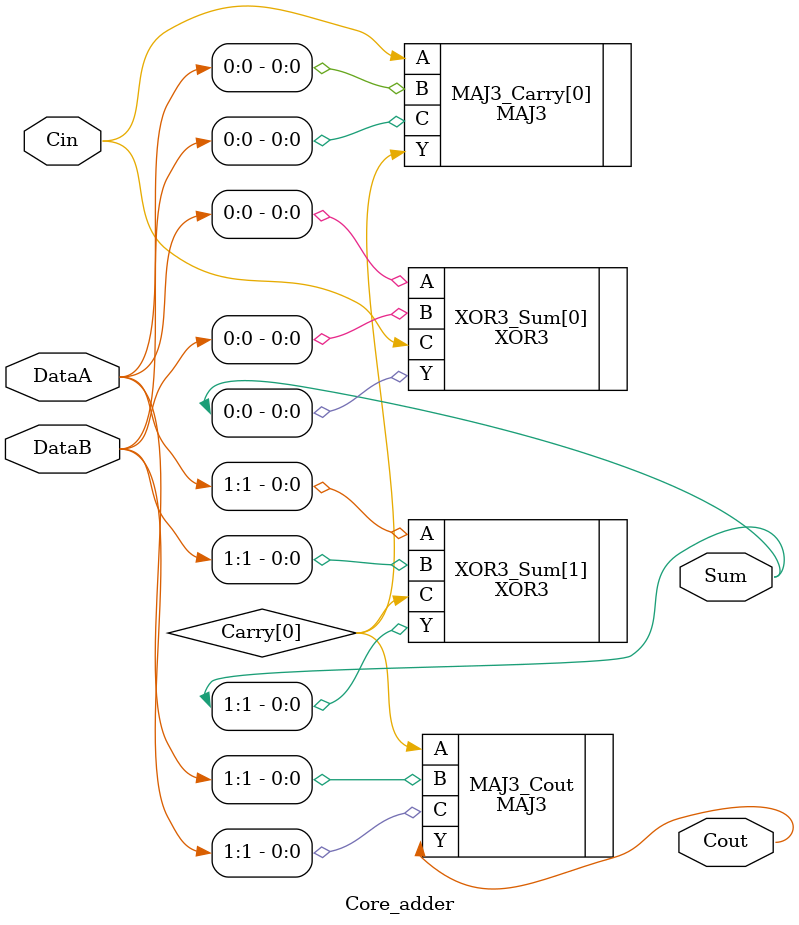
<source format=v>
`timescale 1 ns/100 ps


module Core_adder(
       DataA,
       DataB,
       Cin,
       Sum,
       Cout
    );
input  [1:0] DataA;
input  [1:0] DataB;
input  Cin;
output [1:0] Sum;
output Cout;

    wire \Carry[0] ;
    
    XOR3 \XOR3_Sum[1]  (.A(DataA[1]), .B(DataB[1]), .C(\Carry[0] ), .Y(
        Sum[1]));
    MAJ3 \MAJ3_Carry[0]  (.A(Cin), .B(DataA[0]), .C(DataB[0]), .Y(
        \Carry[0] ));
    MAJ3 MAJ3_Cout (.A(\Carry[0] ), .B(DataA[1]), .C(DataB[1]), .Y(
        Cout));
    XOR3 \XOR3_Sum[0]  (.A(DataA[0]), .B(DataB[0]), .C(Cin), .Y(Sum[0])
        );
    
endmodule

// _Disclaimer: Please leave the following comments in the file, they are for internal purposes only._


// _GEN_File_Contents_

// Version:11.9.0.4
// ACTGENU_CALL:1
// BATCH:T
// FAM:PA3LC
// OUTFORMAT:Verilog
// LPMTYPE:LPM_ADD_SUB
// LPM_HINT:RIPADD
// INSERT_PAD:NO
// INSERT_IOREG:NO
// GEN_BHV_VHDL_VAL:F
// GEN_BHV_VERILOG_VAL:F
// MGNTIMER:F
// MGNCMPL:T
// DESDIR:D:/project/program/QUARTUS/eda/Adders_Smart/smartgen\Core_adder
// GEN_BEHV_MODULE:F
// SMARTGEN_DIE:IS2X2M1
// SMARTGEN_PACKAGE:vq100
// AGENIII_IS_SUBPROJECT_LIBERO:T
// CI_POLARITY:1
// CO_POLARITY:1
// WIDTH:2
// DEBUG:0

// _End_Comments_


</source>
